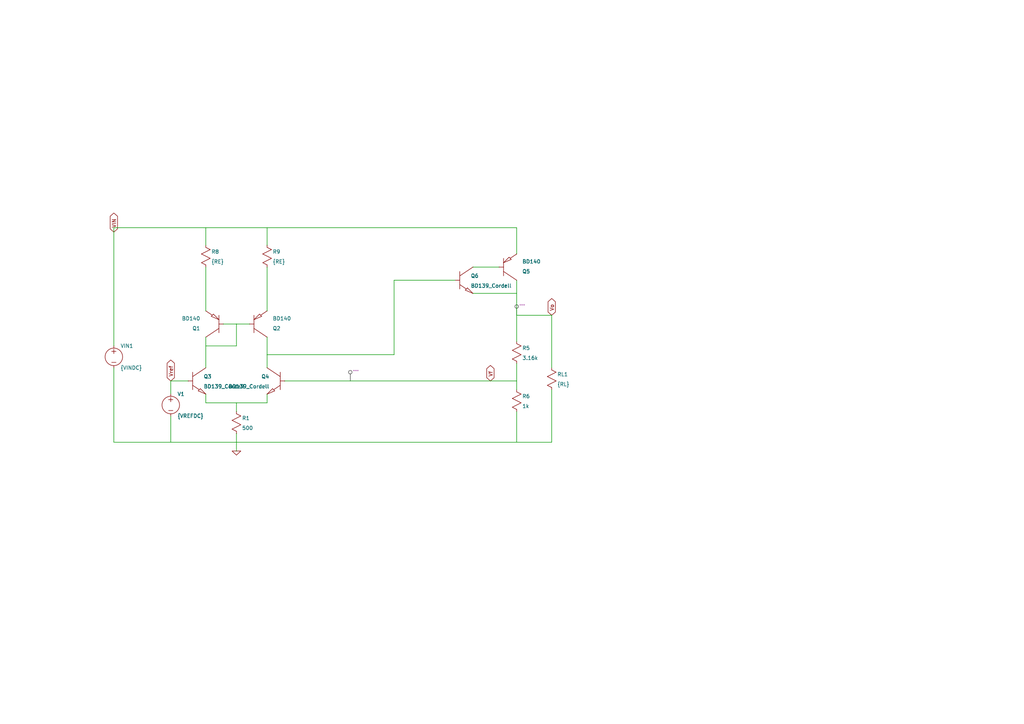
<source format=kicad_sch>
(kicad_sch (version 20231120) (generator "eeschema") (generator_version "8.0")
  (paper "A4")
  (lib_symbols
    (symbol "ltspice:GND" (power)
      (symbol "GND_0_0"
        (polyline (pts (xy 1.27 0) (xy -1.27 0) (xy 0 -1.1938) (xy 1.27 0) (xy -1.27 0) (xy 0 -1.1938)) (stroke (width 0.1524)))
        (pin power_in line (at 0 0 0) (length 0.0005) (name "") (number ""))
      )
    )
    (symbol "ltspice:npn" (pin_numbers hide)
      (property "Reference" "Q6" (at 4.445 -2.54 0))
      (property "Value" "BD139_Cordell" (at 4.445 -5.4102 0))
      (symbol "npn_0_0"
        (polyline (pts (xy 0 -3.81) (xy 1.27 -3.81)) (stroke (width 0.1524)))
        (polyline (pts (xy 1.27 -5.08) (xy 3.175 -6.35)) (stroke (width 0.1524)))
        (polyline (pts (xy 1.27 -1.27) (xy 1.27 -6.35)) (stroke (width 0.1524)))
        (polyline (pts (xy 2.8702 -6.6802) (xy 3.5052 -6.0452)) (stroke (width 0.1524)))
        (polyline (pts (xy 2.8702 -6.6802) (xy 5.08 -7.62)) (stroke (width 0.1524)))
        (polyline (pts (xy 3.5052 -6.0452) (xy 5.08 -7.62)) (stroke (width 0.1524)))
        (polyline (pts (xy 5.08 0) (xy 1.27 -2.54)) (stroke (width 0.1524)))
        (pin passive line (at 5.08 0 0) (length 0.0005) (name "C") (number "1"))
        (pin passive line (at 0 -3.81 0) (length 0.0005) (name "B") (number "2"))
        (pin passive line (at 5.08 -7.62 0) (length 0.0005) (name "E") (number "3"))
      )
    )
    (symbol "ltspice:pnp" (pin_numbers hide)
      (property "Reference" "Q5" (at 6.6802 -2.54 0))
      (property "Value" "BD140" (at 6.6802 -5.4102 0))
      (symbol "pnp_0_0"
        (polyline (pts (xy 0 -3.81) (xy 1.27 -3.81)) (stroke (width 0.1524)))
        (polyline (pts (xy 1.27 -1.27) (xy 1.27 -6.35)) (stroke (width 0.1524)))
        (polyline (pts (xy 2.8702 -6.6802) (xy 1.27 -5.08)) (stroke (width 0.1524)))
        (polyline (pts (xy 2.8702 -6.6802) (xy 3.5052 -6.0452)) (stroke (width 0.1524)))
        (polyline (pts (xy 3.5052 -6.0452) (xy 1.27 -5.08)) (stroke (width 0.1524)))
        (polyline (pts (xy 5.08 -7.62) (xy 3.175 -6.35)) (stroke (width 0.1524)))
        (polyline (pts (xy 5.08 0) (xy 1.27 -2.54)) (stroke (width 0.1524)))
        (pin passive line (at 5.08 0 0) (length 0.0005) (name "C") (number "1"))
        (pin passive line (at 0 -3.81 0) (length 0.0005) (name "B") (number "2"))
        (pin passive line (at 5.08 -7.62 0) (length 0.0005) (name "E") (number "3"))
      )
    )
    (symbol "ltspice:res" (pin_numbers hide)
      (symbol "res_0_0"
        (polyline (pts (xy 0 -6.35) (xy 2.54 -5.08)) (stroke (width 0.1524)))
        (polyline (pts (xy 0 -3.81) (xy 2.54 -2.54)) (stroke (width 0.1524)))
        (polyline (pts (xy 1.27 -7.62) (xy 1.27 -6.985)) (stroke (width 0.1524)))
        (polyline (pts (xy 1.27 -6.985) (xy 0 -6.35)) (stroke (width 0.1524)))
        (polyline (pts (xy 1.27 -1.905) (xy 1.27 -1.27)) (stroke (width 0.1524)))
        (polyline (pts (xy 2.54 -5.08) (xy 0 -3.81)) (stroke (width 0.1524)))
        (polyline (pts (xy 2.54 -2.54) (xy 1.27 -1.905)) (stroke (width 0.1524)))
        (pin passive line (at 1.27 -1.27 0) (length 0.0005) (name "") (number "1"))
        (pin passive line (at 1.27 -7.62 0) (length 0.0005) (name "") (number "2"))
      )
    )
    (symbol "ltspice:voltage" (pin_numbers hide)
      (symbol "voltage_0_0"
        (circle (center 0 -4.445) (radius 2.54) (stroke (width 0.1524)))
        (polyline (pts (xy 0 -6.985) (xy 0 -7.62)) (stroke (width 0.1524)))
        (polyline (pts (xy 0 -3.5052) (xy 0 -2.2352)) (stroke (width 0.1524)))
        (polyline (pts (xy 0 -1.905) (xy 0 -1.27)) (stroke (width 0.1524)))
        (polyline (pts (xy 0.635 -6.0452) (xy -0.635 -6.0452)) (stroke (width 0.1524)))
        (polyline (pts (xy 0.635 -2.8702) (xy -0.635 -2.8702)) (stroke (width 0.1524)))
        (pin passive line (at 0 -1.27 0) (length 0.0005) (name "+") (number "1"))
        (pin passive line (at 0 -7.62 0) (length 0.0005) (name "-") (number "2"))
      )
    )
    (symbol "npn_1" (pin_numbers hide)
      (property "Reference" "Q3" (at 4.445 -2.54 0))
      (property "Value" "BD139_Cordell" (at 4.445 -5.4102 0))
      (symbol "npn_1_0_0"
        (polyline (pts (xy 0 -3.81) (xy 1.27 -3.81)) (stroke (width 0.1524)))
        (polyline (pts (xy 1.27 -5.08) (xy 3.175 -6.35)) (stroke (width 0.1524)))
        (polyline (pts (xy 1.27 -1.27) (xy 1.27 -6.35)) (stroke (width 0.1524)))
        (polyline (pts (xy 2.8702 -6.6802) (xy 3.5052 -6.0452)) (stroke (width 0.1524)))
        (polyline (pts (xy 2.8702 -6.6802) (xy 5.08 -7.62)) (stroke (width 0.1524)))
        (polyline (pts (xy 3.5052 -6.0452) (xy 5.08 -7.62)) (stroke (width 0.1524)))
        (polyline (pts (xy 5.08 0) (xy 1.27 -2.54)) (stroke (width 0.1524)))
        (pin passive line (at 5.08 0 0) (length 0.0005) (name "C") (number "1"))
        (pin passive line (at 0 -3.81 0) (length 0.0005) (name "B") (number "2"))
        (pin passive line (at 5.08 -7.62 0) (length 0.0005) (name "E") (number "3"))
      )
    )
    (symbol "pnp_1" (pin_numbers hide)
      (property "Reference" "Q1" (at 6.6802 -2.54 0))
      (property "Value" "BD140" (at 6.6802 -5.4102 0))
      (symbol "pnp_1_0_0"
        (polyline (pts (xy 0 -3.81) (xy 1.27 -3.81)) (stroke (width 0.1524)))
        (polyline (pts (xy 1.27 -1.27) (xy 1.27 -6.35)) (stroke (width 0.1524)))
        (polyline (pts (xy 2.8702 -6.6802) (xy 1.27 -5.08)) (stroke (width 0.1524)))
        (polyline (pts (xy 2.8702 -6.6802) (xy 3.5052 -6.0452)) (stroke (width 0.1524)))
        (polyline (pts (xy 3.5052 -6.0452) (xy 1.27 -5.08)) (stroke (width 0.1524)))
        (polyline (pts (xy 5.08 -7.62) (xy 3.175 -6.35)) (stroke (width 0.1524)))
        (polyline (pts (xy 5.08 0) (xy 1.27 -2.54)) (stroke (width 0.1524)))
        (pin passive line (at 5.08 0 0) (length 0.0005) (name "C") (number "1"))
        (pin passive line (at 0 -3.81 0) (length 0.0005) (name "B") (number "2"))
        (pin passive line (at 5.08 -7.62 0) (length 0.0005) (name "E") (number "3"))
      )
    )
  )
  (wire (pts (xy 59.69 106.68) (xy 59.69 100.33)) (stroke (width 0.1524)))
  (wire (pts (xy 160.02 91.44) (xy 149.86 91.44)) (stroke (width 0.1524)))
  (wire (pts (xy 149.86 73.66) (xy 149.86 66.04)) (stroke (width 0.1524)))
  (wire (pts (xy 149.86 85.09) (xy 149.86 81.28)) (stroke (width 0.1524)))
  (wire (pts (xy 160.02 106.68) (xy 160.02 91.44)) (stroke (width 0.1524)))
  (wire (pts (xy 149.86 128.27) (xy 68.58 128.27)) (stroke (width 0.1524)))
  (wire (pts (xy 114.3 102.87) (xy 114.3 81.28)) (stroke (width 0.1524)))
  (wire (pts (xy 149.86 66.04) (xy 77.47 66.04)) (stroke (width 0.1524)))
  (wire (pts (xy 33.02 128.27) (xy 33.02 106.68)) (stroke (width 0.1524)))
  (wire (pts (xy 149.86 110.49) (xy 149.86 105.41)) (stroke (width 0.1524)))
  (wire (pts (xy 82.55 110.49) (xy 149.86 110.49)) (stroke (width 0.1524)))
  (wire (pts (xy 77.47 116.84) (xy 77.47 114.3)) (stroke (width 0.1524)))
  (wire (pts (xy 68.58 119.38) (xy 68.58 116.84)) (stroke (width 0.1524)))
  (wire (pts (xy 49.53 114.3) (xy 49.53 110.49)) (stroke (width 0.1524)))
  (wire (pts (xy 59.69 116.84) (xy 59.69 114.3)) (stroke (width 0.1524)))
  (wire (pts (xy 72.39 93.98) (xy 68.58 93.98)) (stroke (width 0.1524)))
  (wire (pts (xy 77.47 71.12) (xy 77.47 66.04)) (stroke (width 0.1524)))
  (wire (pts (xy 149.86 85.09) (xy 137.16 85.09)) (stroke (width 0.1524)))
  (wire (pts (xy 114.3 102.87) (xy 77.47 102.87)) (stroke (width 0.1524)))
  (wire (pts (xy 77.47 116.84) (xy 68.58 116.84)) (stroke (width 0.1524)))
  (wire (pts (xy 33.02 66.04) (xy 33.02 100.33)) (stroke (width 0.1524)))
  (wire (pts (xy 77.47 102.87) (xy 77.47 97.79)) (stroke (width 0.1524)))
  (wire (pts (xy 77.47 106.68) (xy 77.47 102.87)) (stroke (width 0.1524)))
  (wire (pts (xy 68.58 128.27) (xy 68.58 125.73)) (stroke (width 0.1524)))
  (wire (pts (xy 59.69 71.12) (xy 59.69 66.04)) (stroke (width 0.1524)))
  (wire (pts (xy 68.58 128.27) (xy 49.53 128.27)) (stroke (width 0.1524)))
  (wire (pts (xy 68.58 100.33) (xy 68.58 93.98)) (stroke (width 0.1524)))
  (wire (pts (xy 68.58 116.84) (xy 59.69 116.84)) (stroke (width 0.1524)))
  (wire (pts (xy 160.02 128.27) (xy 149.86 128.27)) (stroke (width 0.1524)))
  (wire (pts (xy 49.53 128.27) (xy 33.02 128.27)) (stroke (width 0.1524)))
  (wire (pts (xy 59.69 100.33) (xy 59.69 97.79)) (stroke (width 0.1524)))
  (wire (pts (xy 59.69 90.17) (xy 59.69 77.47)) (stroke (width 0.1524)))
  (wire (pts (xy 149.86 113.03) (xy 149.86 110.49)) (stroke (width 0.1524)))
  (wire (pts (xy 149.86 91.44) (xy 149.86 85.09)) (stroke (width 0.1524)))
  (wire (pts (xy 68.58 93.98) (xy 64.77 93.98)) (stroke (width 0.1524)))
  (wire (pts (xy 54.61 110.49) (xy 49.53 110.49)) (stroke (width 0.1524)))
  (wire (pts (xy 149.86 99.06) (xy 149.86 91.44)) (stroke (width 0.1524)))
  (wire (pts (xy 59.69 66.04) (xy 33.02 66.04)) (stroke (width 0.1524)))
  (wire (pts (xy 132.08 81.28) (xy 114.3 81.28)) (stroke (width 0.1524)))
  (wire (pts (xy 149.86 128.27) (xy 149.86 119.38)) (stroke (width 0.1524)))
  (wire (pts (xy 77.47 90.17) (xy 77.47 77.47)) (stroke (width 0.1524)))
  (wire (pts (xy 49.53 128.27) (xy 49.53 120.65)) (stroke (width 0.1524)))
  (wire (pts (xy 160.02 128.27) (xy 160.02 113.03)) (stroke (width 0.1524)))
  (wire (pts (xy 77.47 66.04) (xy 59.69 66.04)) (stroke (width 0.1524)))
  (wire (pts (xy 144.78 77.47) (xy 137.16 77.47)) (stroke (width 0.1524)))
  (wire (pts (xy 68.58 100.33) (xy 59.69 100.33)) (stroke (width 0.1524)))
  (wire (pts (xy 68.58 130.81) (xy 68.58 128.27)) (stroke (width 0.1524)))
  (global_label "VIN" (shape bidirectional) (at 33.02 67.31 90) (effects (font (size 1.0668 1.0668))) (property "Intersheetrefs" "${INTERSHEET_REFS}" (effects (hide yes))))
  (global_label "Vo" (shape bidirectional) (at 160.02 91.44 90) (effects (font (size 1.0668 1.0668))) (property "Intersheetrefs" "${INTERSHEET_REFS}" (effects (hide yes))))
  (global_label "Vref" (shape bidirectional) (at 49.53 110.49 90) (effects (font (size 1.0668 1.0668))) (property "Intersheetrefs" "${INTERSHEET_REFS}" (effects (hide yes))))
  (global_label "Vf" (shape bidirectional) (at 142.24 110.49 90) (effects (font (size 1.0668 1.0668))) (property "Intersheetrefs" "${INTERSHEET_REFS}" (effects (hide yes))))
  (netclass_flag "" (length 2.54) (shape round) (at 101.6 110.49 0) (property "DATAFLAG" "\"\"" (at 102.2985 107.95 0) (effects (font (size 1.0668 1.0668)) (justify left))))
  (netclass_flag "" (length 2.54) (shape round) (at 149.86 91.44 0) (property "DATAFLAG" "\"\"" (at 150.5585 88.9 0) (effects (font (size 1.0668 1.0668)) (justify left))))
  (symbol (lib_id "ltspice:npn") (at 132.08 77.47 0) (unit 1)
    (property "Reference" "Q6" (at 136.525 80.01 0) (effects (font (size 1.0668 1.0668)) (justify left)))
    (property "Value" "BD139_Cordell" (at 136.525 82.8802 0) (effects (font (size 1.0668 1.0668)) (justify left)))
    (property "Footprint" "Package_TO_SOT_THT:TO-126-3_Vertical" (effects (hide yes)))
    (property "Sim.Device" "SPICE" (effects (hide yes)))
    (property "Sim.Params" "model=\"BD139_Cordell\"" (effects (hide yes)))
  )
  (symbol (lib_id "ltspice:res") (at 148.59 111.76 0) (unit 1)
    (property "Reference" "R6" (at 151.4602 114.935 0) (effects (font (size 1.0668 1.0668)) (justify left)))
    (property "Value" "1k" (at 151.4602 117.8052 0) (effects (font (size 1.0668 1.0668)) (justify left)))
    (property "Footprint" "Resistor_THT:R_Axial_DIN0204_L3.6mm_D1.6mm_P5.08mm_Horizontal" (effects (hide yes)))
    (property "Sim.Device" "R" (effects (hide yes)))
    (property "Sim.Params" "R=${VALUE}" (effects (hide yes)))
  )
  (symbol (lib_name "npn_1") (lib_id "ltspice:npn") (at 82.55 106.68 0) (mirror y) (unit 1)
    (property "Reference" "Q4" (at 78.105 109.22 0) (effects (font (size 1.0668 1.0668)) (justify left)))
    (property "Value" "BD139_Cordell" (at 78.105 112.0902 0) (effects (font (size 1.0668 1.0668)) (justify left)))
    (property "Footprint" "Package_TO_SOT_THT:TO-126-3_Vertical" (effects (hide yes)))
    (property "Sim.Device" "SPICE" (effects (hide yes)))
    (property "Sim.Params" "model=\"BD139_Cordell\"" (effects (hide yes)))
  )
  (symbol (lib_name "npn_1") (lib_id "ltspice:npn") (at 54.61 106.68 0) (unit 1)
    (property "Reference" "Q3" (at 59.055 109.22 0) (effects (font (size 1.0668 1.0668)) (justify left)))
    (property "Value" "BD139_Cordell" (at 59.055 112.0902 0) (effects (font (size 1.0668 1.0668)) (justify left)))
    (property "Footprint" "Package_TO_SOT_THT:TO-126-3_Vertical" (effects (hide yes)))
    (property "Sim.Device" "SPICE" (effects (hide yes)))
    (property "Sim.Params" "model=\"BD139_Cordell\"" (effects (hide yes)))
  )
  (symbol (lib_id "ltspice:pnp") (at 144.78 81.28 0) (mirror x) (unit 1)
    (property "Reference" "Q5" (at 151.4602 78.74 0) (effects (font (size 1.0668 1.0668)) (justify left)))
    (property "Value" "BD140" (at 151.4602 75.8698 0) (effects (font (size 1.0668 1.0668)) (justify left)))
    (property "Footprint" "Package_TO_SOT_THT:TO-126-3_Vertical" (effects (hide yes)))
    (property "Sim.Device" "SPICE" (effects (hide yes)))
    (property "Sim.Params" "model=\"BD140\"" (effects (hide yes)))
  )
  (symbol (lib_id "ltspice:res") (at 148.59 97.79 0) (unit 1)
    (property "Reference" "R5" (at 151.4602 100.965 0) (effects (font (size 1.0668 1.0668)) (justify left)))
    (property "Value" "3.16k" (at 151.4602 103.8352 0) (effects (font (size 1.0668 1.0668)) (justify left)))
    (property "Footprint" "Resistor_THT:R_Axial_DIN0204_L3.6mm_D1.6mm_P5.08mm_Horizontal" (effects (hide yes)))
    (property "Sim.Device" "R" (effects (hide yes)))
    (property "Sim.Params" "R=${VALUE}" (effects (hide yes)))
  )
  (symbol (lib_id "ltspice:res") (at 76.2 69.85 0) (unit 1)
    (property "Reference" "R9" (at 79.0702 73.025 0) (effects (font (size 1.0668 1.0668)) (justify left)))
    (property "Value" "{RE}" (at 79.0702 75.8952 0) (effects (font (size 1.0668 1.0668)) (justify left)))
    (property "Footprint" "Resistor_THT:R_Axial_DIN0204_L3.6mm_D1.6mm_P5.08mm_Horizontal" (effects (hide yes)))
    (property "Sim.Device" "R" (effects (hide yes)))
    (property "Sim.Params" "R=${VALUE}" (effects (hide yes)))
  )
  (symbol (lib_id "ltspice:voltage") (at 49.53 113.03 0) (unit 1)
    (property "Reference" "V1" (at 51.435 114.3 0) (effects (font (size 1.0668 1.0668)) (justify left)))
    (property "Value" "{VREFDC}" (at 51.435 120.65 0) (effects (font (size 1.0668 1.0668)) (justify left)))
    (property "Footprint" "Jumper:SolderJumper-2_P1.3mm_Bridged_RoundedPad1.0x1.5mm" (effects (hide yes)))
    (property "Value2" "AC {VREFAC}" (effects (hide yes)))
    (property "Sim.Device" "SPICE" (effects (hide yes)))
    (property "Sim.Params" "type=\"V\" model=\"${VALUE} ${VALUE2}\" " (effects (hide yes)))
  )
  (symbol (lib_name "pnp_1") (lib_id "ltspice:pnp") (at 64.77 97.79 180) (unit 1)
    (property "Reference" "Q1" (at 58.0898 95.25 0) (effects (font (size 1.0668 1.0668)) (justify left)))
    (property "Value" "BD140" (at 58.0898 92.3798 0) (effects (font (size 1.0668 1.0668)) (justify left)))
    (property "Footprint" "Package_TO_SOT_THT:TO-126-3_Vertical" (effects (hide yes)))
    (property "Sim.Device" "SPICE" (effects (hide yes)))
    (property "Sim.Params" "model=\"BD140\"" (effects (hide yes)))
  )
  (symbol (lib_id "ltspice:GND") (at 68.58 130.81 0) (unit 1)
    (property "Reference" "#GND00" (effects (hide yes)))
    (property "Value" "0" (effects (hide yes)))
  )
  (symbol (lib_id "ltspice:res") (at 58.42 69.85 0) (unit 1)
    (property "Reference" "R8" (at 61.2902 73.025 0) (effects (font (size 1.0668 1.0668)) (justify left)))
    (property "Value" "{RE}" (at 61.2902 75.8952 0) (effects (font (size 1.0668 1.0668)) (justify left)))
    (property "Footprint" "Resistor_THT:R_Axial_DIN0204_L3.6mm_D1.6mm_P5.08mm_Horizontal" (effects (hide yes)))
    (property "Sim.Device" "R" (effects (hide yes)))
    (property "Sim.Params" "R=${VALUE}" (effects (hide yes)))
  )
  (symbol (lib_id "ltspice:res") (at 67.31 118.11 0) (unit 1)
    (property "Reference" "R1" (at 70.1802 121.285 0) (effects (font (size 1.0668 1.0668)) (justify left)))
    (property "Value" "500" (at 70.1802 124.1552 0) (effects (font (size 1.0668 1.0668)) (justify left)))
    (property "Footprint" "Resistor_THT:R_Axial_DIN0204_L3.6mm_D1.6mm_P5.08mm_Horizontal" (effects (hide yes)))
    (property "Sim.Device" "R" (effects (hide yes)))
    (property "Sim.Params" "R=${VALUE}" (effects (hide yes)))
  )
  (symbol (lib_id "ltspice:voltage") (at 33.02 99.06 0) (unit 1)
    (property "Reference" "VIN1" (at 34.925 100.33 0) (effects (font (size 1.0668 1.0668)) (justify left)))
    (property "Value" "{VINDC}" (at 34.925 106.68 0) (effects (font (size 1.0668 1.0668)) (justify left)))
    (property "Footprint" "Jumper:SolderJumper-2_P1.3mm_Bridged_RoundedPad1.0x1.5mm" (effects (hide yes)))
    (property "Value2" "AC {VINAC}" (effects (hide yes)))
    (property "Sim.Device" "SPICE" (effects (hide yes)))
    (property "Sim.Params" "type=\"V\" model=\"${VALUE} ${VALUE2}\" " (effects (hide yes)))
  )
  (symbol (lib_name "pnp_1") (lib_id "ltspice:pnp") (at 72.39 97.79 0) (mirror x) (unit 1)
    (property "Reference" "Q2" (at 79.0702 95.25 0) (effects (font (size 1.0668 1.0668)) (justify left)))
    (property "Value" "BD140" (at 79.0702 92.3798 0) (effects (font (size 1.0668 1.0668)) (justify left)))
    (property "Footprint" "Package_TO_SOT_THT:TO-126-3_Vertical" (effects (hide yes)))
    (property "Sim.Device" "SPICE" (effects (hide yes)))
    (property "Sim.Params" "model=\"BD140\"" (effects (hide yes)))
  )
  (symbol (lib_id "ltspice:res") (at 158.75 105.41 0) (unit 1)
    (property "Reference" "RL1" (at 161.6202 108.585 0) (effects (font (size 1.0668 1.0668)) (justify left)))
    (property "Value" "{RL}" (at 161.6202 111.4552 0) (effects (font (size 1.0668 1.0668)) (justify left)))
    (property "Footprint" "Resistor_THT:R_Axial_DIN0204_L3.6mm_D1.6mm_P5.08mm_Horizontal" (effects (hide yes)))
    (property "Sim.Device" "R" (effects (hide yes)))
    (property "Sim.Params" "R=${VALUE}" (effects (hide yes)))
  )
)
</source>
